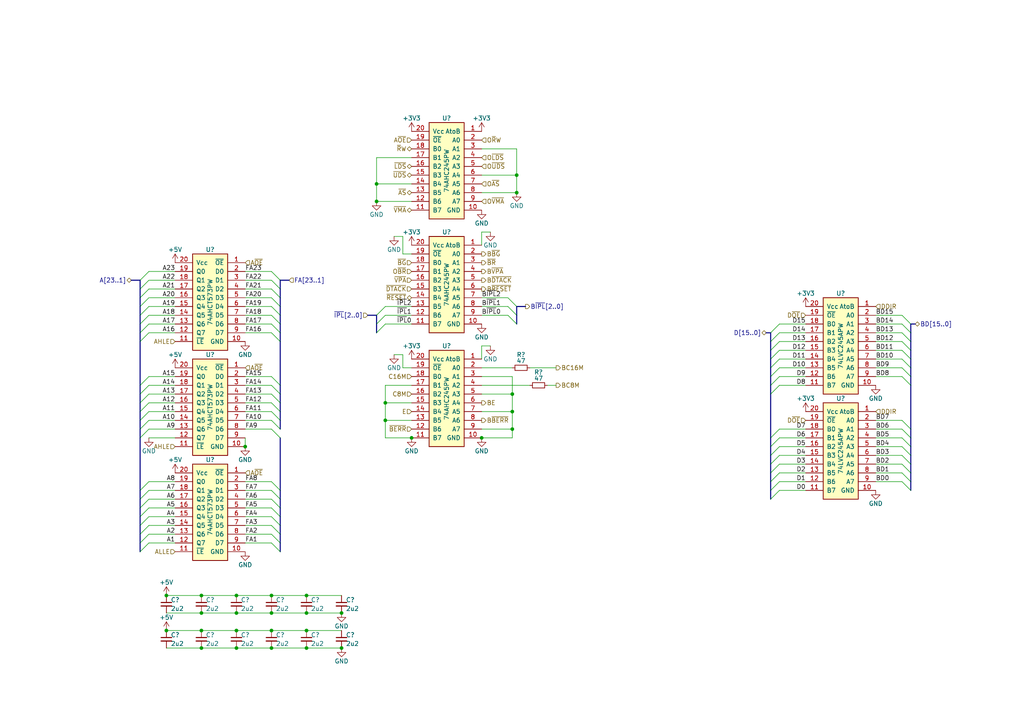
<source format=kicad_sch>
(kicad_sch (version 20211123) (generator eeschema)
  (paper "A4")
  (lib_symbols
    (symbol "Device:C_Small" (pin_numbers hide) (pin_names (offset 0.254) hide)
      (property "Reference" "C" (at 0.254 1.778 0))
      (property "Value" "C_Small" (at 0.254 -2.032 0))
      (symbol "C_Small_0_1"
        (polyline (pts (xy -1.524 -0.508) (xy 1.524 -0.508)) (stroke (width 0.3302)))
        (polyline (pts (xy -1.524 0.508) (xy 1.524 0.508)) (stroke (width 0.3048)))
      )
      (symbol "C_Small_1_1"
        (pin passive line (at 0 2.54 270) (length 2.032) (name "~") (number "1"))
        (pin passive line (at 0 -2.54 90) (length 2.032) (name "~") (number "2"))
      )
    )
    (symbol "Device:R_Small" (pin_numbers hide) (pin_names (offset 0.254) hide)
      (property "Reference" "R" (at 0.762 0.508 0))
      (property "Value" "R_Small" (at 0.762 -1.016 0))
      (symbol "R_Small_0_1"
        (rectangle (start -0.762 1.778) (end 0.762 -1.778) (stroke (width 0.2032)))
      )
      (symbol "R_Small_1_1"
        (pin passive line (at 0 2.54 270) (length 0.762) (name "~") (number "1"))
        (pin passive line (at 0 -2.54 90) (length 0.762) (name "~") (number "2"))
      )
    )
    (symbol "GW_Logic:74245" (pin_names (offset 1.016))
      (property "Reference" "U" (at 0 15.24 0))
      (property "Value" "74245" (at 0 0 90))
      (symbol "74245_0_1"
        (rectangle (start -5.08 13.97) (end 5.08 -13.97) (stroke (width 0.254)) (fill (type background)))
      )
      (symbol "74245_1_1"
        (pin input line (at -10.16 11.43 0) (length 5.08) (name "AtoB") (number "1"))
        (pin power_in line (at -10.16 -11.43 0) (length 5.08) (name "GND") (number "10"))
        (pin bidirectional line (at 10.16 -11.43 180) (length 5.08) (name "B7") (number "11"))
        (pin bidirectional line (at 10.16 -8.89 180) (length 5.08) (name "B6") (number "12"))
        (pin bidirectional line (at 10.16 -6.35 180) (length 5.08) (name "B5") (number "13"))
        (pin bidirectional line (at 10.16 -3.81 180) (length 5.08) (name "B4") (number "14"))
        (pin bidirectional line (at 10.16 -1.27 180) (length 5.08) (name "B3") (number "15"))
        (pin bidirectional line (at 10.16 1.27 180) (length 5.08) (name "B2") (number "16"))
        (pin bidirectional line (at 10.16 3.81 180) (length 5.08) (name "B1") (number "17"))
        (pin bidirectional line (at 10.16 6.35 180) (length 5.08) (name "B0") (number "18"))
        (pin input line (at 10.16 8.89 180) (length 5.08) (name "~{OE}") (number "19"))
        (pin bidirectional line (at -10.16 8.89 0) (length 5.08) (name "A0") (number "2"))
        (pin power_in line (at 10.16 11.43 180) (length 5.08) (name "Vcc") (number "20"))
        (pin bidirectional line (at -10.16 6.35 0) (length 5.08) (name "A1") (number "3"))
        (pin bidirectional line (at -10.16 3.81 0) (length 5.08) (name "A2") (number "4"))
        (pin bidirectional line (at -10.16 1.27 0) (length 5.08) (name "A3") (number "5"))
        (pin bidirectional line (at -10.16 -1.27 0) (length 5.08) (name "A4") (number "6"))
        (pin bidirectional line (at -10.16 -3.81 0) (length 5.08) (name "A5") (number "7"))
        (pin bidirectional line (at -10.16 -6.35 0) (length 5.08) (name "A6") (number "8"))
        (pin bidirectional line (at -10.16 -8.89 0) (length 5.08) (name "A7") (number "9"))
      )
    )
    (symbol "GW_Logic:74573" (pin_names (offset 1.016))
      (property "Reference" "U" (at 0 15.24 0))
      (property "Value" "74573" (at 0 -15.24 0))
      (symbol "74573_0_1"
        (rectangle (start -5.08 13.97) (end 5.08 -13.97) (stroke (width 0.254)) (fill (type background)))
      )
      (symbol "74573_1_1"
        (pin input line (at -10.16 11.43 0) (length 5.08) (name "~{OE}") (number "1"))
        (pin power_in line (at -10.16 -11.43 0) (length 5.08) (name "GND") (number "10"))
        (pin input line (at 10.16 -11.43 180) (length 5.08) (name "~{LE}") (number "11"))
        (pin tri_state line (at 10.16 -8.89 180) (length 5.08) (name "Q7") (number "12"))
        (pin tri_state line (at 10.16 -6.35 180) (length 5.08) (name "Q6") (number "13"))
        (pin tri_state line (at 10.16 -3.81 180) (length 5.08) (name "Q5") (number "14"))
        (pin tri_state line (at 10.16 -1.27 180) (length 5.08) (name "Q4") (number "15"))
        (pin tri_state line (at 10.16 1.27 180) (length 5.08) (name "Q3") (number "16"))
        (pin tri_state line (at 10.16 3.81 180) (length 5.08) (name "Q2") (number "17"))
        (pin tri_state line (at 10.16 6.35 180) (length 5.08) (name "Q1") (number "18"))
        (pin tri_state line (at 10.16 8.89 180) (length 5.08) (name "Q0") (number "19"))
        (pin input line (at -10.16 8.89 0) (length 5.08) (name "D0") (number "2"))
        (pin power_in line (at 10.16 11.43 180) (length 5.08) (name "Vcc") (number "20"))
        (pin input line (at -10.16 6.35 0) (length 5.08) (name "D1") (number "3"))
        (pin input line (at -10.16 3.81 0) (length 5.08) (name "D2") (number "4"))
        (pin input line (at -10.16 1.27 0) (length 5.08) (name "D3") (number "5"))
        (pin input line (at -10.16 -1.27 0) (length 5.08) (name "D4") (number "6"))
        (pin input line (at -10.16 -3.81 0) (length 5.08) (name "D5") (number "7"))
        (pin input line (at -10.16 -6.35 0) (length 5.08) (name "D6") (number "8"))
        (pin input line (at -10.16 -8.89 0) (length 5.08) (name "D7") (number "9"))
      )
    )
    (symbol "power:+3V3" (power) (pin_names (offset 0))
      (property "Value" "+3V3" (at 0 3.556 0))
      (symbol "+3V3_0_1"
        (polyline (pts (xy -0.762 1.27) (xy 0 2.54)))
        (polyline (pts (xy 0 0) (xy 0 2.54)))
        (polyline (pts (xy 0 2.54) (xy 0.762 1.27)))
      )
      (symbol "+3V3_1_1"
        (pin power_in line (at 0 0 90) (length 0) hide (name "+3V3") (number "1"))
      )
    )
    (symbol "power:+5V" (power) (pin_names (offset 0))
      (property "Value" "+5V" (at 0 3.556 0))
      (symbol "+5V_0_1"
        (polyline (pts (xy -0.762 1.27) (xy 0 2.54)))
        (polyline (pts (xy 0 0) (xy 0 2.54)))
        (polyline (pts (xy 0 2.54) (xy 0.762 1.27)))
      )
      (symbol "+5V_1_1"
        (pin power_in line (at 0 0 90) (length 0) hide (name "+5V") (number "1"))
      )
    )
    (symbol "power:GND" (power) (pin_names (offset 0))
      (property "Value" "GND" (at 0 -3.81 0))
      (symbol "GND_0_1"
        (polyline (pts (xy 0 0) (xy 0 -1.27) (xy 1.27 -1.27) (xy 0 -2.54) (xy -1.27 -1.27) (xy 0 -1.27)))
      )
      (symbol "GND_1_1"
        (pin power_in line (at 0 0 270) (length 0) hide (name "GND") (number "1"))
      )
    )
  )
  (junction (at 58.42 182.88))
  (junction (at 78.74 187.96))
  (junction (at 78.74 182.88))
  (junction (at 78.74 177.8))
  (junction (at 68.58 172.72))
  (junction (at 68.58 187.96))
  (junction (at 99.06 177.8))
  (junction (at 88.9 182.88))
  (junction (at 109.22 58.42))
  (junction (at 48.26 182.88))
  (junction (at 149.86 50.8))
  (junction (at 88.9 187.96))
  (junction (at 58.42 177.8))
  (junction (at 111.76 116.84))
  (junction (at 99.06 187.96))
  (junction (at 68.58 182.88))
  (junction (at 68.58 177.8))
  (junction (at 58.42 187.96))
  (junction (at 88.9 172.72))
  (junction (at 71.12 129.54))
  (junction (at 109.22 53.34))
  (junction (at 148.59 119.38))
  (junction (at 148.59 114.3))
  (junction (at 149.86 55.88))
  (junction (at 111.76 121.92))
  (junction (at 58.42 172.72))
  (junction (at 48.26 172.72))
  (junction (at 78.74 172.72))
  (junction (at 88.9 177.8))
  (junction (at 119.38 127))
  (junction (at 148.59 124.46))
  (junction (at 139.7 127))
  (bus_entry (at 78.74 144.78) (size 2.54 2.54))
  (bus_entry (at 147.32 91.44) (size 2.54 2.54))
  (bus_entry (at 43.18 142.24) (size -2.54 2.54))
  (bus_entry (at 43.18 91.44) (size -2.54 2.54))
  (bus_entry (at 261.62 109.22) (size 2.54 2.54))
  (bus_entry (at 78.74 157.48) (size 2.54 2.54))
  (bus_entry (at 78.74 78.74) (size 2.54 2.54))
  (bus_entry (at 78.74 96.52) (size 2.54 2.54))
  (bus_entry (at 78.74 152.4) (size 2.54 2.54))
  (bus_entry (at 111.76 93.98) (size -2.54 2.54))
  (bus_entry (at 43.18 144.78) (size -2.54 2.54))
  (bus_entry (at 43.18 78.74) (size -2.54 2.54))
  (bus_entry (at 226.06 99.06) (size -2.54 2.54))
  (bus_entry (at 226.06 127) (size -2.54 2.54))
  (bus_entry (at 226.06 109.22) (size -2.54 2.54))
  (bus_entry (at 261.62 91.44) (size 2.54 2.54))
  (bus_entry (at 43.18 149.86) (size -2.54 2.54))
  (bus_entry (at 43.18 152.4) (size -2.54 2.54))
  (bus_entry (at 78.74 88.9) (size 2.54 2.54))
  (bus_entry (at 43.18 121.92) (size -2.54 2.54))
  (bus_entry (at 43.18 81.28) (size -2.54 2.54))
  (bus_entry (at 78.74 114.3) (size 2.54 2.54))
  (bus_entry (at 78.74 83.82) (size 2.54 2.54))
  (bus_entry (at 261.62 139.7) (size 2.54 2.54))
  (bus_entry (at 261.62 127) (size 2.54 2.54))
  (bus_entry (at 43.18 147.32) (size -2.54 2.54))
  (bus_entry (at 43.18 119.38) (size -2.54 2.54))
  (bus_entry (at 147.32 86.36) (size 2.54 2.54))
  (bus_entry (at 43.18 114.3) (size -2.54 2.54))
  (bus_entry (at 261.62 132.08) (size 2.54 2.54))
  (bus_entry (at 261.62 137.16) (size 2.54 2.54))
  (bus_entry (at 226.06 111.76) (size -2.54 2.54))
  (bus_entry (at 226.06 132.08) (size -2.54 2.54))
  (bus_entry (at 78.74 142.24) (size 2.54 2.54))
  (bus_entry (at 78.74 109.22) (size 2.54 2.54))
  (bus_entry (at 261.62 99.06) (size 2.54 2.54))
  (bus_entry (at 226.06 106.68) (size -2.54 2.54))
  (bus_entry (at 261.62 96.52) (size 2.54 2.54))
  (bus_entry (at 78.74 147.32) (size 2.54 2.54))
  (bus_entry (at 78.74 91.44) (size 2.54 2.54))
  (bus_entry (at 226.06 134.62) (size -2.54 2.54))
  (bus_entry (at 226.06 104.14) (size -2.54 2.54))
  (bus_entry (at 43.18 83.82) (size -2.54 2.54))
  (bus_entry (at 43.18 124.46) (size -2.54 2.54))
  (bus_entry (at 43.18 86.36) (size -2.54 2.54))
  (bus_entry (at 226.06 142.24) (size -2.54 2.54))
  (bus_entry (at 261.62 101.6) (size 2.54 2.54))
  (bus_entry (at 78.74 124.46) (size 2.54 2.54))
  (bus_entry (at 78.74 116.84) (size 2.54 2.54))
  (bus_entry (at 226.06 139.7) (size -2.54 2.54))
  (bus_entry (at 261.62 129.54) (size 2.54 2.54))
  (bus_entry (at 78.74 119.38) (size 2.54 2.54))
  (bus_entry (at 78.74 139.7) (size 2.54 2.54))
  (bus_entry (at 78.74 111.76) (size 2.54 2.54))
  (bus_entry (at 147.32 88.9) (size 2.54 2.54))
  (bus_entry (at 226.06 96.52) (size -2.54 2.54))
  (bus_entry (at 43.18 93.98) (size -2.54 2.54))
  (bus_entry (at 261.62 121.92) (size 2.54 2.54))
  (bus_entry (at 78.74 149.86) (size 2.54 2.54))
  (bus_entry (at 78.74 154.94) (size 2.54 2.54))
  (bus_entry (at 226.06 93.98) (size -2.54 2.54))
  (bus_entry (at 261.62 104.14) (size 2.54 2.54))
  (bus_entry (at 78.74 81.28) (size 2.54 2.54))
  (bus_entry (at 43.18 96.52) (size -2.54 2.54))
  (bus_entry (at 226.06 124.46) (size -2.54 2.54))
  (bus_entry (at 261.62 134.62) (size 2.54 2.54))
  (bus_entry (at 43.18 139.7) (size -2.54 2.54))
  (bus_entry (at 226.06 137.16) (size -2.54 2.54))
  (bus_entry (at 111.76 88.9) (size -2.54 2.54))
  (bus_entry (at 78.74 121.92) (size 2.54 2.54))
  (bus_entry (at 261.62 124.46) (size 2.54 2.54))
  (bus_entry (at 226.06 101.6) (size -2.54 2.54))
  (bus_entry (at 43.18 157.48) (size -2.54 2.54))
  (bus_entry (at 43.18 111.76) (size -2.54 2.54))
  (bus_entry (at 78.74 86.36) (size 2.54 2.54))
  (bus_entry (at 43.18 109.22) (size -2.54 2.54))
  (bus_entry (at 43.18 116.84) (size -2.54 2.54))
  (bus_entry (at 111.76 91.44) (size -2.54 2.54))
  (bus_entry (at 261.62 93.98) (size 2.54 2.54))
  (bus_entry (at 43.18 88.9) (size -2.54 2.54))
  (bus_entry (at 78.74 93.98) (size 2.54 2.54))
  (bus_entry (at 226.06 129.54) (size -2.54 2.54))
  (bus_entry (at 43.18 154.94) (size -2.54 2.54))
  (bus_entry (at 261.62 106.68) (size 2.54 2.54))
  (wire (pts (xy 48.26 177.8) (xy 58.42 177.8)))
  (wire (pts (xy 71.12 147.32) (xy 78.74 147.32)))
  (wire (pts (xy 226.06 134.62) (xy 233.68 134.62)))
  (bus (pts (xy 264.16 129.54) (xy 264.16 132.08)))
  (wire (pts (xy 71.12 83.82) (xy 78.74 83.82)))
  (wire (pts (xy 88.9 182.88) (xy 99.06 182.88)))
  (wire (pts (xy 116.84 106.68) (xy 119.38 106.68)))
  (bus (pts (xy 40.64 86.36) (xy 40.64 88.9)))
  (bus (pts (xy 264.16 109.22) (xy 264.16 111.76)))
  (wire (pts (xy 71.12 127) (xy 71.12 129.54)))
  (wire (pts (xy 254 91.44) (xy 261.62 91.44)))
  (wire (pts (xy 226.06 142.24) (xy 233.68 142.24)))
  (bus (pts (xy 81.28 152.4) (xy 81.28 154.94)))
  (wire (pts (xy 43.18 124.46) (xy 50.8 124.46)))
  (wire (pts (xy 139.7 55.88) (xy 149.86 55.88)))
  (wire (pts (xy 139.7 106.68) (xy 148.59 106.68)))
  (wire (pts (xy 149.86 50.8) (xy 149.86 55.88)))
  (bus (pts (xy 40.64 152.4) (xy 40.64 154.94)))
  (wire (pts (xy 148.59 119.38) (xy 148.59 124.46)))
  (wire (pts (xy 50.8 91.44) (xy 43.18 91.44)))
  (wire (pts (xy 43.18 144.78) (xy 50.8 144.78)))
  (wire (pts (xy 111.76 121.92) (xy 119.38 121.92)))
  (wire (pts (xy 119.38 111.76) (xy 111.76 111.76)))
  (wire (pts (xy 43.18 157.48) (xy 50.8 157.48)))
  (wire (pts (xy 71.12 139.7) (xy 78.74 139.7)))
  (wire (pts (xy 48.26 182.88) (xy 58.42 182.88)))
  (bus (pts (xy 106.68 91.44) (xy 109.22 91.44)))
  (bus (pts (xy 222.25 96.52) (xy 223.52 96.52)))
  (bus (pts (xy 264.16 134.62) (xy 264.16 137.16)))
  (wire (pts (xy 116.84 73.66) (xy 119.38 73.66)))
  (wire (pts (xy 50.8 93.98) (xy 43.18 93.98)))
  (bus (pts (xy 109.22 93.98) (xy 109.22 96.52)))
  (bus (pts (xy 264.16 101.6) (xy 264.16 104.14)))
  (wire (pts (xy 71.12 119.38) (xy 78.74 119.38)))
  (wire (pts (xy 71.12 116.84) (xy 78.74 116.84)))
  (wire (pts (xy 58.42 187.96) (xy 68.58 187.96)))
  (bus (pts (xy 149.86 88.9) (xy 149.86 91.44)))
  (bus (pts (xy 81.28 149.86) (xy 81.28 152.4)))
  (wire (pts (xy 226.06 99.06) (xy 233.68 99.06)))
  (bus (pts (xy 264.16 106.68) (xy 264.16 109.22)))
  (bus (pts (xy 81.28 88.9) (xy 81.28 91.44)))
  (wire (pts (xy 48.26 172.72) (xy 58.42 172.72)))
  (wire (pts (xy 114.3 68.58) (xy 116.84 68.58)))
  (wire (pts (xy 139.7 119.38) (xy 148.59 119.38)))
  (bus (pts (xy 264.16 96.52) (xy 264.16 99.06)))
  (bus (pts (xy 223.52 101.6) (xy 223.52 104.14)))
  (wire (pts (xy 226.06 137.16) (xy 233.68 137.16)))
  (bus (pts (xy 40.64 116.84) (xy 40.64 119.38)))
  (bus (pts (xy 40.64 96.52) (xy 40.64 99.06)))
  (wire (pts (xy 226.06 104.14) (xy 233.68 104.14)))
  (wire (pts (xy 78.74 172.72) (xy 88.9 172.72)))
  (wire (pts (xy 43.18 119.38) (xy 50.8 119.38)))
  (bus (pts (xy 149.86 91.44) (xy 149.86 93.98)))
  (bus (pts (xy 40.64 147.32) (xy 40.64 149.86)))
  (bus (pts (xy 264.16 111.76) (xy 264.16 124.46)))
  (wire (pts (xy 43.18 109.22) (xy 50.8 109.22)))
  (wire (pts (xy 139.7 111.76) (xy 153.67 111.76)))
  (wire (pts (xy 43.18 127) (xy 50.8 127)))
  (bus (pts (xy 223.52 127) (xy 223.52 129.54)))
  (bus (pts (xy 81.28 96.52) (xy 81.28 99.06)))
  (bus (pts (xy 81.28 142.24) (xy 81.28 144.78)))
  (wire (pts (xy 139.7 43.18) (xy 149.86 43.18)))
  (wire (pts (xy 71.12 152.4) (xy 78.74 152.4)))
  (bus (pts (xy 40.64 111.76) (xy 40.64 114.3)))
  (wire (pts (xy 43.18 152.4) (xy 50.8 152.4)))
  (bus (pts (xy 40.64 91.44) (xy 40.64 93.98)))
  (wire (pts (xy 254 93.98) (xy 261.62 93.98)))
  (wire (pts (xy 148.59 114.3) (xy 148.59 109.22)))
  (wire (pts (xy 71.12 78.74) (xy 78.74 78.74)))
  (wire (pts (xy 114.3 102.87) (xy 116.84 102.87)))
  (wire (pts (xy 71.12 144.78) (xy 78.74 144.78)))
  (wire (pts (xy 50.8 86.36) (xy 43.18 86.36)))
  (wire (pts (xy 254 96.52) (xy 261.62 96.52)))
  (bus (pts (xy 40.64 144.78) (xy 40.64 147.32)))
  (wire (pts (xy 254 127) (xy 261.62 127)))
  (wire (pts (xy 71.12 93.98) (xy 78.74 93.98)))
  (wire (pts (xy 147.32 88.9) (xy 139.7 88.9)))
  (wire (pts (xy 139.7 50.8) (xy 149.86 50.8)))
  (wire (pts (xy 111.76 116.84) (xy 111.76 121.92)))
  (bus (pts (xy 81.28 157.48) (xy 81.28 160.02)))
  (bus (pts (xy 223.52 109.22) (xy 223.52 111.76)))
  (wire (pts (xy 139.7 100.33) (xy 139.7 104.14)))
  (bus (pts (xy 40.64 88.9) (xy 40.64 91.44)))
  (wire (pts (xy 148.59 127) (xy 139.7 127)))
  (bus (pts (xy 264.16 93.98) (xy 264.16 96.52)))
  (wire (pts (xy 254 101.6) (xy 261.62 101.6)))
  (bus (pts (xy 40.64 154.94) (xy 40.64 157.48)))
  (bus (pts (xy 264.16 127) (xy 264.16 129.54)))
  (bus (pts (xy 81.28 114.3) (xy 81.28 116.84)))
  (wire (pts (xy 58.42 172.72) (xy 68.58 172.72)))
  (wire (pts (xy 111.76 88.9) (xy 119.38 88.9)))
  (wire (pts (xy 142.24 67.31) (xy 139.7 67.31)))
  (wire (pts (xy 50.8 96.52) (xy 43.18 96.52)))
  (bus (pts (xy 81.28 99.06) (xy 81.28 111.76)))
  (bus (pts (xy 40.64 114.3) (xy 40.64 116.84)))
  (bus (pts (xy 152.4 88.9) (xy 149.86 88.9)))
  (bus (pts (xy 81.28 121.92) (xy 81.28 124.46)))
  (wire (pts (xy 254 137.16) (xy 261.62 137.16)))
  (wire (pts (xy 43.18 142.24) (xy 50.8 142.24)))
  (wire (pts (xy 226.06 93.98) (xy 233.68 93.98)))
  (wire (pts (xy 58.42 182.88) (xy 68.58 182.88)))
  (bus (pts (xy 264.16 104.14) (xy 264.16 106.68)))
  (wire (pts (xy 226.06 129.54) (xy 233.68 129.54)))
  (bus (pts (xy 223.52 139.7) (xy 223.52 142.24)))
  (bus (pts (xy 40.64 81.28) (xy 40.64 83.82)))
  (wire (pts (xy 139.7 100.33) (xy 142.24 100.33)))
  (wire (pts (xy 88.9 177.8) (xy 99.06 177.8)))
  (bus (pts (xy 81.28 147.32) (xy 81.28 149.86)))
  (wire (pts (xy 68.58 187.96) (xy 78.74 187.96)))
  (wire (pts (xy 71.12 142.24) (xy 78.74 142.24)))
  (bus (pts (xy 40.64 93.98) (xy 40.64 96.52)))
  (wire (pts (xy 71.12 111.76) (xy 78.74 111.76)))
  (bus (pts (xy 40.64 83.82) (xy 40.64 86.36)))
  (wire (pts (xy 111.76 127) (xy 119.38 127)))
  (bus (pts (xy 223.52 99.06) (xy 223.52 101.6)))
  (wire (pts (xy 71.12 91.44) (xy 78.74 91.44)))
  (wire (pts (xy 226.06 139.7) (xy 233.68 139.7)))
  (bus (pts (xy 81.28 86.36) (xy 81.28 88.9)))
  (wire (pts (xy 153.67 106.68) (xy 161.29 106.68)))
  (wire (pts (xy 139.7 67.31) (xy 139.7 71.12)))
  (wire (pts (xy 254 99.06) (xy 261.62 99.06)))
  (wire (pts (xy 111.76 91.44) (xy 119.38 91.44)))
  (wire (pts (xy 71.12 109.22) (xy 78.74 109.22)))
  (bus (pts (xy 264.16 99.06) (xy 264.16 101.6)))
  (bus (pts (xy 223.52 132.08) (xy 223.52 134.62)))
  (wire (pts (xy 43.18 147.32) (xy 50.8 147.32)))
  (bus (pts (xy 81.28 119.38) (xy 81.28 121.92)))
  (wire (pts (xy 148.59 109.22) (xy 139.7 109.22)))
  (bus (pts (xy 40.64 124.46) (xy 40.64 127)))
  (wire (pts (xy 43.18 154.94) (xy 50.8 154.94)))
  (bus (pts (xy 40.64 157.48) (xy 40.64 160.02)))
  (wire (pts (xy 71.12 81.28) (xy 78.74 81.28)))
  (wire (pts (xy 78.74 187.96) (xy 88.9 187.96)))
  (bus (pts (xy 40.64 127) (xy 40.64 142.24)))
  (wire (pts (xy 147.32 86.36) (xy 139.7 86.36)))
  (bus (pts (xy 223.52 134.62) (xy 223.52 137.16)))
  (bus (pts (xy 81.28 83.82) (xy 81.28 86.36)))
  (bus (pts (xy 40.64 142.24) (xy 40.64 144.78)))
  (wire (pts (xy 71.12 86.36) (xy 78.74 86.36)))
  (bus (pts (xy 81.28 81.28) (xy 81.28 83.82)))
  (wire (pts (xy 50.8 81.28) (xy 43.18 81.28)))
  (wire (pts (xy 226.06 124.46) (xy 233.68 124.46)))
  (wire (pts (xy 43.18 139.7) (xy 50.8 139.7)))
  (wire (pts (xy 254 132.08) (xy 261.62 132.08)))
  (bus (pts (xy 81.28 116.84) (xy 81.28 119.38)))
  (wire (pts (xy 50.8 78.74) (xy 43.18 78.74)))
  (wire (pts (xy 78.74 182.88) (xy 88.9 182.88)))
  (wire (pts (xy 254 121.92) (xy 261.62 121.92)))
  (wire (pts (xy 226.06 111.76) (xy 233.68 111.76)))
  (wire (pts (xy 147.32 91.44) (xy 139.7 91.44)))
  (bus (pts (xy 81.28 111.76) (xy 81.28 114.3)))
  (wire (pts (xy 226.06 127) (xy 233.68 127)))
  (wire (pts (xy 149.86 43.18) (xy 149.86 50.8)))
  (bus (pts (xy 264.16 139.7) (xy 264.16 142.24)))
  (bus (pts (xy 223.52 96.52) (xy 223.52 99.06)))
  (bus (pts (xy 264.16 132.08) (xy 264.16 134.62)))
  (wire (pts (xy 226.06 101.6) (xy 233.68 101.6)))
  (bus (pts (xy 81.28 144.78) (xy 81.28 147.32)))
  (wire (pts (xy 158.75 111.76) (xy 161.29 111.76)))
  (wire (pts (xy 88.9 187.96) (xy 99.06 187.96)))
  (wire (pts (xy 78.74 177.8) (xy 88.9 177.8)))
  (wire (pts (xy 119.38 53.34) (xy 109.22 53.34)))
  (bus (pts (xy 223.52 142.24) (xy 223.52 144.78)))
  (wire (pts (xy 71.12 88.9) (xy 78.74 88.9)))
  (wire (pts (xy 109.22 53.34) (xy 109.22 58.42)))
  (wire (pts (xy 71.12 149.86) (xy 78.74 149.86)))
  (bus (pts (xy 223.52 111.76) (xy 223.52 114.3)))
  (wire (pts (xy 43.18 121.92) (xy 50.8 121.92)))
  (wire (pts (xy 111.76 116.84) (xy 119.38 116.84)))
  (wire (pts (xy 148.59 124.46) (xy 139.7 124.46)))
  (wire (pts (xy 254 109.22) (xy 261.62 109.22)))
  (wire (pts (xy 119.38 45.72) (xy 109.22 45.72)))
  (bus (pts (xy 40.64 149.86) (xy 40.64 152.4)))
  (bus (pts (xy 109.22 91.44) (xy 109.22 93.98)))
  (bus (pts (xy 40.64 121.92) (xy 40.64 124.46)))
  (bus (pts (xy 40.64 99.06) (xy 40.64 111.76)))
  (wire (pts (xy 226.06 96.52) (xy 233.68 96.52)))
  (wire (pts (xy 254 139.7) (xy 261.62 139.7)))
  (bus (pts (xy 264.16 137.16) (xy 264.16 139.7)))
  (wire (pts (xy 71.12 154.94) (xy 78.74 154.94)))
  (wire (pts (xy 111.76 93.98) (xy 119.38 93.98)))
  (wire (pts (xy 226.06 132.08) (xy 233.68 132.08)))
  (bus (pts (xy 223.52 106.68) (xy 223.52 109.22)))
  (wire (pts (xy 109.22 45.72) (xy 109.22 53.34)))
  (bus (pts (xy 83.82 81.28) (xy 81.28 81.28)))
  (wire (pts (xy 148.59 124.46) (xy 148.59 127)))
  (wire (pts (xy 111.76 111.76) (xy 111.76 116.84)))
  (wire (pts (xy 111.76 121.92) (xy 111.76 127)))
  (wire (pts (xy 116.84 102.87) (xy 116.84 106.68)))
  (bus (pts (xy 265.43 93.98) (xy 264.16 93.98)))
  (bus (pts (xy 223.52 129.54) (xy 223.52 132.08)))
  (bus (pts (xy 81.28 154.94) (xy 81.28 157.48)))
  (wire (pts (xy 48.26 187.96) (xy 58.42 187.96)))
  (wire (pts (xy 254 134.62) (xy 261.62 134.62)))
  (wire (pts (xy 68.58 182.88) (xy 78.74 182.88)))
  (wire (pts (xy 43.18 111.76) (xy 50.8 111.76)))
  (wire (pts (xy 139.7 114.3) (xy 148.59 114.3)))
  (wire (pts (xy 50.8 83.82) (xy 43.18 83.82)))
  (wire (pts (xy 71.12 96.52) (xy 78.74 96.52)))
  (wire (pts (xy 226.06 106.68) (xy 233.68 106.68)))
  (wire (pts (xy 43.18 149.86) (xy 50.8 149.86)))
  (wire (pts (xy 254 124.46) (xy 261.62 124.46)))
  (bus (pts (xy 81.28 127) (xy 81.28 142.24)))
  (wire (pts (xy 71.12 124.46) (xy 78.74 124.46)))
  (wire (pts (xy 254 129.54) (xy 261.62 129.54)))
  (wire (pts (xy 116.84 68.58) (xy 116.84 73.66)))
  (wire (pts (xy 43.18 114.3) (xy 50.8 114.3)))
  (wire (pts (xy 226.06 109.22) (xy 233.68 109.22)))
  (wire (pts (xy 148.59 119.38) (xy 148.59 114.3)))
  (bus (pts (xy 223.52 104.14) (xy 223.52 106.68)))
  (bus (pts (xy 40.64 119.38) (xy 40.64 121.92)))
  (bus (pts (xy 223.52 114.3) (xy 223.52 127)))
  (wire (pts (xy 71.12 114.3) (xy 78.74 114.3)))
  (wire (pts (xy 58.42 177.8) (xy 68.58 177.8)))
  (bus (pts (xy 264.16 124.46) (xy 264.16 127)))
  (wire (pts (xy 119.38 58.42) (xy 109.22 58.42)))
  (wire (pts (xy 71.12 121.92) (xy 78.74 121.92)))
  (wire (pts (xy 254 106.68) (xy 261.62 106.68)))
  (wire (pts (xy 68.58 177.8) (xy 78.74 177.8)))
  (wire (pts (xy 88.9 172.72) (xy 99.06 172.72)))
  (bus (pts (xy 223.52 137.16) (xy 223.52 139.7)))
  (wire (pts (xy 43.18 116.84) (xy 50.8 116.84)))
  (bus (pts (xy 81.28 91.44) (xy 81.28 93.98)))
  (bus (pts (xy 81.28 93.98) (xy 81.28 96.52)))
  (wire (pts (xy 50.8 88.9) (xy 43.18 88.9)))
  (bus (pts (xy 38.1 81.28) (xy 40.64 81.28)))
  (wire (pts (xy 254 104.14) (xy 261.62 104.14)))
  (wire (pts (xy 71.12 157.48) (xy 78.74 157.48)))
  (wire (pts (xy 68.58 172.72) (xy 78.74 172.72)))
  (label "~{IPL}2" (at 119.38 88.9 180))
  (label "FA18" (at 71.12 91.44 0))
  (label "A15" (at 50.8 109.22 180))
  (label "BD7" (at 254 121.92 0))
  (label "FA10" (at 71.12 121.92 0))
  (label "D10" (at 233.68 106.68 180))
  (label "D14" (at 233.68 96.52 180))
  (label "FA14" (at 71.12 111.76 0))
  (label "D4" (at 233.68 132.08 180))
  (label "A23" (at 50.8 78.74 180))
  (label "BD13" (at 254 96.52 0))
  (label "BD5" (at 254 127 0))
  (label "A9" (at 50.8 124.46 180))
  (label "A6" (at 50.8 144.78 180))
  (label "FA4" (at 71.12 149.86 0))
  (label "FA16" (at 71.12 96.52 0))
  (label "BD11" (at 254 101.6 0))
  (label "B~{IPL}2" (at 139.7 86.36 0))
  (label "BD2" (at 254 134.62 0))
  (label "FA23" (at 71.12 78.74 0))
  (label "A2" (at 50.8 154.94 180))
  (label "D6" (at 233.68 127 180))
  (label "A1" (at 50.8 157.48 180))
  (label "FA8" (at 71.12 139.7 0))
  (label "FA15" (at 71.12 109.22 0))
  (label "B~{IPL}0" (at 139.7 91.44 0))
  (label "FA17" (at 71.12 93.98 0))
  (label "FA20" (at 71.12 86.36 0))
  (label "A19" (at 50.8 88.9 180))
  (label "D12" (at 233.68 101.6 180))
  (label "FA19" (at 71.12 88.9 0))
  (label "A4" (at 50.8 149.86 180))
  (label "FA11" (at 71.12 119.38 0))
  (label "A22" (at 50.8 81.28 180))
  (label "BD8" (at 254 109.22 0))
  (label "A18" (at 50.8 91.44 180))
  (label "BD1" (at 254 137.16 0))
  (label "D0" (at 233.68 142.24 180))
  (label "A10" (at 50.8 121.92 180))
  (label "A21" (at 50.8 83.82 180))
  (label "A13" (at 50.8 114.3 180))
  (label "B~{IPL}1" (at 139.7 88.9 0))
  (label "BD3" (at 254 132.08 0))
  (label "D1" (at 233.68 139.7 180))
  (label "A7" (at 50.8 142.24 180))
  (label "A17" (at 50.8 93.98 180))
  (label "~{IPL}1" (at 119.38 91.44 180))
  (label "FA5" (at 71.12 147.32 0))
  (label "A16" (at 50.8 96.52 180))
  (label "D11" (at 233.68 104.14 180))
  (label "BD15" (at 254 91.44 0))
  (label "A12" (at 50.8 116.84 180))
  (label "BD0" (at 254 139.7 0))
  (label "D5" (at 233.68 129.54 180))
  (label "FA9" (at 71.12 124.46 0))
  (label "BD9" (at 254 106.68 0))
  (label "FA1" (at 71.12 157.48 0))
  (label "A14" (at 50.8 111.76 180))
  (label "FA22" (at 71.12 81.28 0))
  (label "D15" (at 233.68 93.98 180))
  (label "D9" (at 233.68 109.22 180))
  (label "FA7" (at 71.12 142.24 0))
  (label "FA2" (at 71.12 154.94 0))
  (label "FA21" (at 71.12 83.82 0))
  (label "D13" (at 233.68 99.06 180))
  (label "BD4" (at 254 129.54 0))
  (label "~{IPL}0" (at 119.38 93.98 180))
  (label "A20" (at 50.8 86.36 180))
  (label "D3" (at 233.68 134.62 180))
  (label "D2" (at 233.68 137.16 180))
  (label "BD10" (at 254 104.14 0))
  (label "FA12" (at 71.12 116.84 0))
  (label "D8" (at 233.68 111.76 180))
  (label "D7" (at 233.68 124.46 180))
  (label "BD6" (at 254 124.46 0))
  (label "A3" (at 50.8 152.4 180))
  (label "BD14" (at 254 93.98 0))
  (label "BD12" (at 254 99.06 0))
  (label "A11" (at 50.8 119.38 180))
  (label "FA6" (at 71.12 144.78 0))
  (label "FA3" (at 71.12 152.4 0))
  (label "A5" (at 50.8 147.32 180))
  (label "A8" (at 50.8 139.7 180))
  (label "FA13" (at 71.12 114.3 0))
  (hierarchical_label "O~{LDS}" (shape input) (at 139.7 45.72 0))
  (hierarchical_label "~{R}W" (shape tri_state) (at 119.38 43.18 180))
  (hierarchical_label "~{VPA}" (shape input) (at 119.38 81.28 180))
  (hierarchical_label "ALLE" (shape input) (at 50.8 160.02 180))
  (hierarchical_label "~{IPL}[2..0]" (shape input) (at 106.68 91.44 180))
  (hierarchical_label "B~{BERR}" (shape output) (at 139.7 121.92 0))
  (hierarchical_label "O~{BR}" (shape input) (at 119.38 78.74 180))
  (hierarchical_label "B~{IPL}[2..0]" (shape output) (at 152.4 88.9 0))
  (hierarchical_label "FA[23..1]" (shape input) (at 83.82 81.28 0))
  (hierarchical_label "O~{AS}" (shape input) (at 139.7 53.34 0))
  (hierarchical_label "C16M" (shape input) (at 119.38 109.22 180))
  (hierarchical_label "O~{UDS}" (shape input) (at 139.7 48.26 0))
  (hierarchical_label "AHLE" (shape input) (at 50.8 129.54 180))
  (hierarchical_label "DDIR" (shape input) (at 254 88.9 0))
  (hierarchical_label "~{RESET}" (shape bidirectional) (at 119.38 86.36 180))
  (hierarchical_label "O~{R}W" (shape input) (at 139.7 40.64 0))
  (hierarchical_label "A~{OE}" (shape input) (at 119.38 40.64 180))
  (hierarchical_label "BC8M" (shape output) (at 161.29 111.76 0))
  (hierarchical_label "~{UDS}" (shape tri_state) (at 119.38 50.8 180))
  (hierarchical_label "D~{OE}" (shape input) (at 233.68 121.92 180))
  (hierarchical_label "A~{OE}" (shape input) (at 71.12 76.2 0))
  (hierarchical_label "A[23..1]" (shape tri_state) (at 38.1 81.28 180))
  (hierarchical_label "~{DTACK}" (shape input) (at 119.38 83.82 180))
  (hierarchical_label "AHLE" (shape input) (at 50.8 99.06 180))
  (hierarchical_label "A~{OE}" (shape input) (at 71.12 106.68 0))
  (hierarchical_label "BC16M" (shape output) (at 161.29 106.68 0))
  (hierarchical_label "DDIR" (shape input) (at 254 119.38 0))
  (hierarchical_label "BE" (shape output) (at 139.7 116.84 0))
  (hierarchical_label "B~{RESET}" (shape output) (at 139.7 83.82 0))
  (hierarchical_label "~{VMA}" (shape tri_state) (at 119.38 60.96 180))
  (hierarchical_label "D[15..0]" (shape bidirectional) (at 222.25 96.52 180))
  (hierarchical_label "A~{OE}" (shape input) (at 71.12 137.16 0))
  (hierarchical_label "D~{OE}" (shape input) (at 233.68 91.44 180))
  (hierarchical_label "BD[15..0]" (shape bidirectional) (at 265.43 93.98 0))
  (hierarchical_label "~{BR}" (shape output) (at 139.7 76.2 0))
  (hierarchical_label "B~{BG}" (shape output) (at 139.7 73.66 0))
  (hierarchical_label "~{AS}" (shape tri_state) (at 119.38 55.88 180))
  (hierarchical_label "O~{VMA}" (shape input) (at 139.7 58.42 0))
  (hierarchical_label "E" (shape input) (at 119.38 119.38 180))
  (hierarchical_label "B~{VPA}" (shape output) (at 139.7 78.74 0))
  (hierarchical_label "B~{DTACK}" (shape output) (at 139.7 81.28 0))
  (hierarchical_label "C8M" (shape input) (at 119.38 114.3 180))
  (hierarchical_label "~{BG}" (shape input) (at 119.38 76.2 180))
  (hierarchical_label "~{BERR}" (shape input) (at 119.38 124.46 180))
  (hierarchical_label "~{LDS}" (shape tri_state) (at 119.38 48.26 180))
  (symbol (lib_id "GW_Logic:74573") (at 60.96 148.59 0) (mirror y) (unit 1)
    (property "Reference" "U?" (at 60.96 133.35 0))
    (property "Value" "74AHCT573PW" (at 60.96 148.59 90))
    (property "Footprint" "stdpads:TSSOP-20_4.4x6.5mm_P0.65mm" (effects hide))
    (property "LCSC Part" "C141311" (effects hide))
  )
  (symbol (lib_id "GW_Logic:74573") (at 60.96 118.11 0) (mirror y) (unit 1)
    (property "Reference" "U?" (at 60.96 102.87 0))
    (property "Value" "74AHCT573PW" (at 60.96 118.11 90))
    (property "Footprint" "stdpads:TSSOP-20_4.4x6.5mm_P0.65mm" (effects hide))
    (property "LCSC Part" "C141311" (effects hide))
  )
  (symbol (lib_id "power:GND") (at 71.12 160.02 0) (unit 1)
    (property "Reference" "#PWR?" (effects hide))
    (property "Value" "GND" (at 71.12 163.83 0))
  )
  (symbol (lib_id "power:GND") (at 71.12 129.54 0) (unit 1)
    (property "Reference" "#PWR?" (effects hide))
    (property "Value" "GND" (at 71.12 133.35 0))
  )
  (symbol (lib_id "GW_Logic:74573") (at 60.96 87.63 0) (mirror y) (unit 1)
    (property "Reference" "U?" (at 60.96 72.39 0))
    (property "Value" "74AHCT573PW" (at 60.96 87.63 90))
    (property "Footprint" "stdpads:TSSOP-20_4.4x6.5mm_P0.65mm" (effects hide))
    (property "LCSC Part" "C141311" (effects hide))
  )
  (symbol (lib_id "power:GND") (at 71.12 99.06 0) (unit 1)
    (property "Reference" "#PWR?" (effects hide))
    (property "Value" "GND" (at 71.12 102.87 0))
  )
  (symbol (lib_id "Device:C_Small") (at 58.42 185.42 0) (unit 1)
    (property "Reference" "C?" (at 59.69 184.15 0) (effects (justify left)))
    (property "Value" "2u2" (at 59.69 186.69 0) (effects (justify left)))
    (property "Footprint" "stdpads:C_0603" (effects hide))
    (property "LCSC Part" "C23630" (effects hide))
  )
  (symbol (lib_id "Device:C_Small") (at 68.58 185.42 0) (unit 1)
    (property "Reference" "C?" (at 69.85 184.15 0) (effects (justify left)))
    (property "Value" "2u2" (at 69.85 186.69 0) (effects (justify left)))
    (property "Footprint" "stdpads:C_0603" (effects hide))
    (property "LCSC Part" "C23630" (effects hide))
  )
  (symbol (lib_id "Device:C_Small") (at 78.74 185.42 0) (unit 1)
    (property "Reference" "C?" (at 80.01 184.15 0) (effects (justify left)))
    (property "Value" "2u2" (at 80.01 186.69 0) (effects (justify left)))
    (property "Footprint" "stdpads:C_0603" (effects hide))
    (property "LCSC Part" "C23630" (effects hide))
  )
  (symbol (lib_id "Device:C_Small") (at 48.26 185.42 0) (unit 1)
    (property "Reference" "C?" (at 49.53 184.15 0) (effects (justify left)))
    (property "Value" "2u2" (at 49.53 186.69 0) (effects (justify left)))
    (property "Footprint" "stdpads:C_0603" (effects hide))
    (property "LCSC Part" "C23630" (effects hide))
  )
  (symbol (lib_id "Device:C_Small") (at 99.06 185.42 0) (unit 1)
    (property "Reference" "C?" (at 100.33 184.15 0) (effects (justify left)))
    (property "Value" "2u2" (at 100.33 186.69 0) (effects (justify left)))
    (property "Footprint" "stdpads:C_0603" (effects hide))
    (property "LCSC Part" "C23630" (effects hide))
  )
  (symbol (lib_id "Device:C_Small") (at 88.9 185.42 0) (unit 1)
    (property "Reference" "C?" (at 90.17 184.15 0) (effects (justify left)))
    (property "Value" "2u2" (at 90.17 186.69 0) (effects (justify left)))
    (property "Footprint" "stdpads:C_0603" (effects hide))
    (property "LCSC Part" "C23630" (effects hide))
  )
  (symbol (lib_id "power:GND") (at 99.06 187.96 0) (mirror y) (unit 1)
    (property "Reference" "#PWR?" (effects hide))
    (property "Value" "GND" (at 99.06 191.77 0))
  )
  (symbol (lib_id "power:+5V") (at 50.8 137.16 0) (unit 1)
    (property "Reference" "#PWR?" (effects hide))
    (property "Value" "+5V" (at 50.8 133.35 0))
  )
  (symbol (lib_id "power:+5V") (at 50.8 106.68 0) (unit 1)
    (property "Reference" "#PWR?" (effects hide))
    (property "Value" "+5V" (at 50.8 102.87 0))
  )
  (symbol (lib_id "power:+5V") (at 50.8 76.2 0) (unit 1)
    (property "Reference" "#PWR?" (effects hide))
    (property "Value" "+5V" (at 50.8 72.39 0))
  )
  (symbol (lib_id "power:+5V") (at 48.26 172.72 0) (unit 1)
    (property "Reference" "#PWR?" (effects hide))
    (property "Value" "+5V" (at 48.26 168.91 0))
  )
  (symbol (lib_id "power:+5V") (at 48.26 182.88 0) (unit 1)
    (property "Reference" "#PWR?" (effects hide))
    (property "Value" "+5V" (at 48.26 179.07 0))
  )
  (symbol (lib_id "Device:C_Small") (at 58.42 175.26 0) (unit 1)
    (property "Reference" "C?" (at 59.69 173.99 0) (effects (justify left)))
    (property "Value" "2u2" (at 59.69 176.53 0) (effects (justify left)))
    (property "Footprint" "stdpads:C_0603" (effects hide))
    (property "LCSC Part" "C23630" (effects hide))
  )
  (symbol (lib_id "Device:C_Small") (at 68.58 175.26 0) (unit 1)
    (property "Reference" "C?" (at 69.85 173.99 0) (effects (justify left)))
    (property "Value" "2u2" (at 69.85 176.53 0) (effects (justify left)))
    (property "Footprint" "stdpads:C_0603" (effects hide))
    (property "LCSC Part" "C23630" (effects hide))
  )
  (symbol (lib_id "Device:C_Small") (at 78.74 175.26 0) (unit 1)
    (property "Reference" "C?" (at 80.01 173.99 0) (effects (justify left)))
    (property "Value" "2u2" (at 80.01 176.53 0) (effects (justify left)))
    (property "Footprint" "stdpads:C_0603" (effects hide))
    (property "LCSC Part" "C23630" (effects hide))
  )
  (symbol (lib_id "Device:C_Small") (at 48.26 175.26 0) (unit 1)
    (property "Reference" "C?" (at 49.53 173.99 0) (effects (justify left)))
    (property "Value" "2u2" (at 49.53 176.53 0) (effects (justify left)))
    (property "Footprint" "stdpads:C_0603" (effects hide))
    (property "LCSC Part" "C23630" (effects hide))
  )
  (symbol (lib_id "Device:C_Small") (at 99.06 175.26 0) (unit 1)
    (property "Reference" "C?" (at 100.33 173.99 0) (effects (justify left)))
    (property "Value" "2u2" (at 100.33 176.53 0) (effects (justify left)))
    (property "Footprint" "stdpads:C_0603" (effects hide))
    (property "LCSC Part" "C23630" (effects hide))
  )
  (symbol (lib_id "Device:C_Small") (at 88.9 175.26 0) (unit 1)
    (property "Reference" "C?" (at 90.17 173.99 0) (effects (justify left)))
    (property "Value" "2u2" (at 90.17 176.53 0) (effects (justify left)))
    (property "Footprint" "stdpads:C_0603" (effects hide))
    (property "LCSC Part" "C23630" (effects hide))
  )
  (symbol (lib_id "power:GND") (at 99.06 177.8 0) (mirror y) (unit 1)
    (property "Reference" "#PWR?" (effects hide))
    (property "Value" "GND" (at 99.06 181.61 0))
  )
  (symbol (lib_id "Device:R_Small") (at 156.21 111.76 90) (unit 1)
    (property "Reference" "R?" (at 156.21 107.95 90))
    (property "Value" "47" (at 156.21 110.49 90) (effects (justify top)))
  )
  (symbol (lib_id "power:GND") (at 114.3 102.87 0) (unit 1)
    (property "Reference" "#PWR?" (effects hide))
    (property "Value" "GND" (at 114.3 106.68 0))
  )
  (symbol (lib_id "GW_Logic:74245") (at 243.84 100.33 0) (mirror y) (unit 1)
    (property "Reference" "U?" (at 243.84 85.09 0))
    (property "Value" "74LVC245APW" (at 243.84 100.33 90))
  )
  (symbol (lib_id "power:GND") (at 139.7 60.96 0) (unit 1)
    (property "Reference" "#PWR?" (effects hide))
    (property "Value" "GND" (at 139.7 64.77 0))
  )
  (symbol (lib_id "GW_Logic:74245") (at 129.54 49.53 0) (mirror y) (unit 1)
    (property "Reference" "U?" (at 129.54 34.29 0))
    (property "Value" "74AHC245PW" (at 129.54 49.53 90))
  )
  (symbol (lib_id "GW_Logic:74245") (at 243.84 130.81 0) (mirror y) (unit 1)
    (property "Reference" "U?" (at 243.84 115.57 0))
    (property "Value" "74LVC245APW" (at 243.84 130.81 90))
  )
  (symbol (lib_id "power:+3V3") (at 233.68 119.38 0) (unit 1)
    (property "Reference" "#PWR?" (effects hide))
    (property "Value" "+3V3" (at 233.68 115.57 0))
  )
  (symbol (lib_id "Device:R_Small") (at 151.13 106.68 90) (unit 1)
    (property "Reference" "R?" (at 151.13 102.87 90))
    (property "Value" "47" (at 151.13 105.41 90) (effects (justify top)))
  )
  (symbol (lib_id "power:+3V3") (at 139.7 38.1 0) (unit 1)
    (property "Reference" "#PWR?" (effects hide))
    (property "Value" "+3V3" (at 139.7 34.29 0))
  )
  (symbol (lib_id "power:GND") (at 139.7 93.98 0) (unit 1)
    (property "Reference" "#PWR?" (effects hide))
    (property "Value" "GND" (at 139.7 97.79 0))
  )
  (symbol (lib_id "power:GND") (at 142.24 100.33 0) (unit 1)
    (property "Reference" "#PWR?" (effects hide))
    (property "Value" "GND" (at 142.24 104.14 0))
  )
  (symbol (lib_id "power:GND") (at 254 111.76 0) (mirror y) (unit 1)
    (property "Reference" "#PWR?" (effects hide))
    (property "Value" "GND" (at 254 115.57 0))
  )
  (symbol (lib_id "GW_Logic:74245") (at 129.54 115.57 0) (mirror y) (unit 1)
    (property "Reference" "U?" (at 129.54 100.33 0))
    (property "Value" "74AHC245PW" (at 129.54 115.57 90))
  )
  (symbol (lib_id "power:+3V3") (at 119.38 71.12 0) (unit 1)
    (property "Reference" "#PWR?" (effects hide))
    (property "Value" "+3V3" (at 119.38 67.31 0))
  )
  (symbol (lib_id "power:GND") (at 149.86 55.88 0) (unit 1)
    (property "Reference" "#PWR?" (effects hide))
    (property "Value" "GND" (at 149.86 59.69 0))
  )
  (symbol (lib_id "power:GND") (at 139.7 127 0) (unit 1)
    (property "Reference" "#PWR?" (effects hide))
    (property "Value" "GND" (at 139.7 130.81 0))
  )
  (symbol (lib_id "power:+3V3") (at 119.38 38.1 0) (unit 1)
    (property "Reference" "#PWR?" (effects hide))
    (property "Value" "+3V3" (at 119.38 34.29 0))
  )
  (symbol (lib_id "power:GND") (at 254 142.24 0) (mirror y) (unit 1)
    (property "Reference" "#PWR?" (effects hide))
    (property "Value" "GND" (at 254 146.05 0))
  )
  (symbol (lib_id "power:GND") (at 109.22 58.42 0) (mirror y) (unit 1)
    (property "Reference" "#PWR?" (effects hide))
    (property "Value" "GND" (at 109.22 62.23 0))
  )
  (symbol (lib_id "power:GND") (at 119.38 127 0) (unit 1)
    (property "Reference" "#PWR?" (effects hide))
    (property "Value" "GND" (at 119.38 130.81 0))
  )
  (symbol (lib_id "GW_Logic:74245") (at 129.54 82.55 0) (mirror y) (unit 1)
    (property "Reference" "U?" (at 129.54 67.31 0))
    (property "Value" "74AHC245PW" (at 129.54 82.55 90))
  )
  (symbol (lib_id "power:+3V3") (at 119.38 104.14 0) (unit 1)
    (property "Reference" "#PWR?" (effects hide))
    (property "Value" "+3V3" (at 119.38 100.33 0))
  )
  (symbol (lib_id "power:GND") (at 114.3 68.58 0) (unit 1)
    (property "Reference" "#PWR?" (effects hide))
    (property "Value" "GND" (at 114.3 72.39 0))
  )
  (symbol (lib_id "power:GND") (at 43.18 127 0) (unit 1)
    (property "Reference" "#PWR?" (effects hide))
    (property "Value" "GND" (at 43.18 130.81 0))
  )
  (symbol (lib_id "power:GND") (at 142.24 67.31 0) (unit 1)
    (property "Reference" "#PWR?" (effects hide))
    (property "Value" "GND" (at 142.24 71.12 0))
  )
  (symbol (lib_id "power:+3V3") (at 233.68 88.9 0) (unit 1)
    (property "Reference" "#PWR?" (effects hide))
    (property "Value" "+3V3" (at 233.68 85.09 0))
  )
)
</source>
